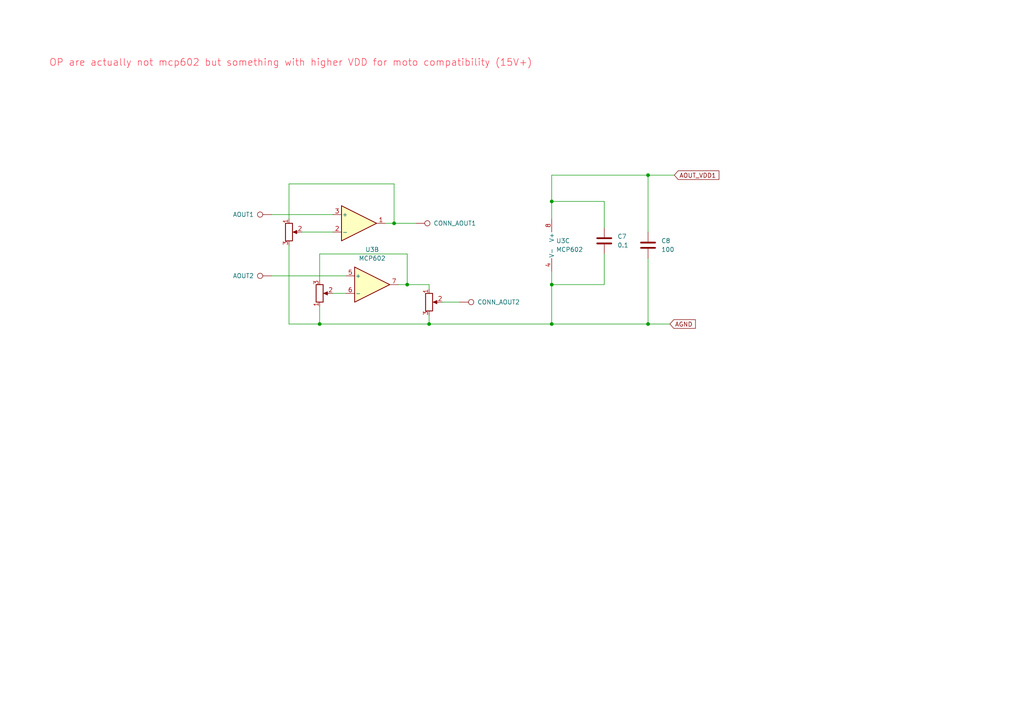
<source format=kicad_sch>
(kicad_sch (version 20250114) (generator "eeschema") (generator_version "9.0")
  (paper "A4")
  (lib_symbols
    (symbol "Amplifier_Operational:MCP602" (pin_names (offset 0.127))
      (property "Reference" "U" (at 0 5.08 0))
      (property "Value" "MCP602" (at 0 -5.08 0))
      (symbol "MCP602_1_1"
        (polyline (pts (xy -5.08 5.08) (xy 5.08 0) (xy -5.08 -5.08) (xy -5.08 5.08)) (stroke (width 0.254)) (fill (type background)))
        (pin input line (at -7.62 2.54 0) (length 2.54) (name "+") (number "3"))
        (pin input line (at -7.62 -2.54 0) (length 2.54) (name "-") (number "2"))
        (pin output line (at 7.62 0 180) (length 2.54) (name "~") (number "1"))
      )
      (symbol "MCP602_2_1"
        (polyline (pts (xy -5.08 5.08) (xy 5.08 0) (xy -5.08 -5.08) (xy -5.08 5.08)) (stroke (width 0.254)) (fill (type background)))
        (pin input line (at -7.62 2.54 0) (length 2.54) (name "+") (number "5"))
        (pin input line (at -7.62 -2.54 0) (length 2.54) (name "-") (number "6"))
        (pin output line (at 7.62 0 180) (length 2.54) (name "~") (number "7"))
      )
      (symbol "MCP602_3_1"
        (pin power_in line (at -2.54 7.62 270) (length 3.81) (name "V+") (number "8"))
        (pin power_in line (at -2.54 -7.62 90) (length 3.81) (name "V-") (number "4"))
      )
    )
    (symbol "Connector:TestPoint" (pin_numbers (hide yes)) (pin_names (offset 0.762) (hide yes))
      (property "Reference" "TP" (at 0 6.858 0))
      (property "Value" "TestPoint" (at 0 5.08 0))
      (symbol "TestPoint_0_1"
        (circle (center 0 3.302) (radius 0.762))
      )
      (symbol "TestPoint_1_1"
        (pin passive line (at 0 0 90) (length 2.54) (name "1") (number "1"))
      )
    )
    (symbol "Device:C" (pin_numbers (hide yes)) (pin_names (offset 0.254))
      (property "Reference" "C" (at 0.635 2.54 0))
      (property "Value" "C" (at 0.635 -2.54 0))
      (symbol "C_0_1"
        (polyline (pts (xy -2.032 0.762) (xy 2.032 0.762)) (stroke (width 0.508)))
        (polyline (pts (xy -2.032 -0.762) (xy 2.032 -0.762)) (stroke (width 0.508)))
      )
      (symbol "C_1_1"
        (pin passive line (at 0 3.81 270) (length 2.794) (name "~") (number "1"))
        (pin passive line (at 0 -3.81 90) (length 2.794) (name "~") (number "2"))
      )
    )
    (symbol "Device:R_Potentiometer" (pin_names (offset 1.016) (hide yes))
      (property "Reference" "RV" (at -4.445 0 90))
      (property "Value" "R_Potentiometer" (at -2.54 0 90))
      (symbol "R_Potentiometer_0_1"
        (rectangle (start 1.016 2.54) (end -1.016 -2.54) (stroke (width 0.254)))
        (polyline (pts (xy 1.143 0) (xy 2.286 0.508) (xy 2.286 -0.508) (xy 1.143 0)) (fill (type outline)))
        (polyline (pts (xy 2.54 0) (xy 1.524 0)))
      )
      (symbol "R_Potentiometer_1_1"
        (pin passive line (at 0 3.81 270) (length 1.27) (name "1") (number "1"))
        (pin passive line (at 0 -3.81 90) (length 1.27) (name "3") (number "3"))
        (pin passive line (at 3.81 0 180) (length 1.27) (name "2") (number "2"))
      )
    )
  )
  (text "OP are actually not mcp602 but something with higher VDD for moto compatibility (15V+)" (at 84.328 18.288 0) (effects (font (size 2 2))))
  (junction (at 92.71 93.98))
  (junction (at 187.96 93.98))
  (junction (at 124.46 93.98))
  (junction (at 160.02 93.98))
  (junction (at 187.96 50.8))
  (junction (at 118.11 82.55))
  (junction (at 160.02 58.42))
  (junction (at 114.3 64.77))
  (junction (at 160.02 82.55))
  (wire (pts (xy 160.02 78.74) (xy 160.02 82.55)))
  (wire (pts (xy 128.27 87.63) (xy 133.35 87.63)))
  (wire (pts (xy 92.71 73.66) (xy 92.71 81.28)))
  (wire (pts (xy 187.96 50.8) (xy 187.96 67.31)))
  (wire (pts (xy 160.02 50.8) (xy 160.02 58.42)))
  (wire (pts (xy 175.26 66.04) (xy 175.26 58.42)))
  (wire (pts (xy 124.46 91.44) (xy 124.46 93.98)))
  (wire (pts (xy 118.11 82.55) (xy 124.46 82.55)))
  (wire (pts (xy 114.3 64.77) (xy 120.65 64.77)))
  (wire (pts (xy 83.82 53.34) (xy 114.3 53.34)))
  (wire (pts (xy 118.11 73.66) (xy 118.11 82.55)))
  (wire (pts (xy 78.74 62.23) (xy 96.52 62.23)))
  (wire (pts (xy 92.71 88.9) (xy 92.71 93.98)))
  (wire (pts (xy 160.02 58.42) (xy 160.02 63.5)))
  (wire (pts (xy 78.74 80.01) (xy 100.33 80.01)))
  (wire (pts (xy 83.82 71.12) (xy 83.82 93.98)))
  (wire (pts (xy 92.71 73.66) (xy 118.11 73.66)))
  (wire (pts (xy 187.96 74.93) (xy 187.96 93.98)))
  (wire (pts (xy 114.3 53.34) (xy 114.3 64.77)))
  (wire (pts (xy 194.31 93.98) (xy 187.96 93.98)))
  (wire (pts (xy 96.52 85.09) (xy 100.33 85.09)))
  (wire (pts (xy 160.02 93.98) (xy 124.46 93.98)))
  (wire (pts (xy 175.26 73.66) (xy 175.26 82.55)))
  (wire (pts (xy 111.76 64.77) (xy 114.3 64.77)))
  (wire (pts (xy 187.96 93.98) (xy 160.02 93.98)))
  (wire (pts (xy 160.02 82.55) (xy 175.26 82.55)))
  (wire (pts (xy 87.63 67.31) (xy 96.52 67.31)))
  (wire (pts (xy 83.82 93.98) (xy 92.71 93.98)))
  (wire (pts (xy 83.82 53.34) (xy 83.82 63.5)))
  (wire (pts (xy 124.46 83.82) (xy 124.46 82.55)))
  (wire (pts (xy 160.02 82.55) (xy 160.02 93.98)))
  (wire (pts (xy 160.02 50.8) (xy 187.96 50.8)))
  (wire (pts (xy 160.02 58.42) (xy 175.26 58.42)))
  (wire (pts (xy 118.11 82.55) (xy 115.57 82.55)))
  (wire (pts (xy 92.71 93.98) (xy 124.46 93.98)))
  (wire (pts (xy 187.96 50.8) (xy 195.58 50.8)))
  (global_label "AOUT_VDD1" (shape input) (at 195.58 50.8 0) (property "Intersheetrefs" "${INTERSHEET_REFS}" (effects (hide yes))))
  (global_label "AGND" (shape input) (at 194.31 93.98 0) (property "Intersheetrefs" "${INTERSHEET_REFS}" (effects (hide yes))))
  (symbol (lib_id "Device:C") (at 187.96 71.12 0) (unit 1)
    (property "Reference" "C8" (at 191.77 69.8499 0) (effects (justify left)))
    (property "Value" "100" (at 191.77 72.3899 0) (effects (justify left)))
    (property "Footprint" "Capacitor_SMD:C_1206_3216Metric" (effects (hide yes)))
    (property "Description" "Unpolarized capacitor" (effects (hide yes)))
  )
  (symbol (lib_id "Device:R_Potentiometer") (at 92.71 85.09 0) (mirror x) (unit 1)
    (property "Reference" "RV12" (effects (hide yes)))
    (property "Value" "R_Potentiometer" (effects (hide yes)))
    (property "Footprint" "Potentiometer_SMD:Potentiometer_Bourns_TC33X_Vertical" (effects (hide yes)))
    (property "Description" "Potentiometer" (effects (hide yes)))
  )
  (symbol (lib_id "Connector:TestPoint") (at 78.74 80.01 90) (unit 1)
    (property "Reference" "AOUT2" (at 73.66 80.0101 90) (effects (justify left)))
    (property "Value" "TestPoint" (effects (hide yes)))
    (property "Footprint" "TestPoint:TestPoint_Pad_2.0x2.0mm" (effects (hide yes)))
    (property "Description" "test point" (effects (hide yes)))
  )
  (symbol (lib_id "Connector:TestPoint") (at 133.35 87.63 270) (unit 1)
    (property "Reference" "CONN_AOUT2" (at 138.43 87.6299 90) (effects (justify left)))
    (property "Value" "TestPoint" (effects (hide yes)))
    (property "Footprint" "TestPoint:TestPoint_Pad_D2.0mm" (effects (hide yes)))
    (property "Description" "test point" (effects (hide yes)))
  )
  (symbol (lib_id "Connector:TestPoint") (at 120.65 64.77 270) (unit 1)
    (property "Reference" "CONN_AOUT1" (at 125.73 64.7699 90) (effects (justify left)))
    (property "Value" "TestPoint" (effects (hide yes)))
    (property "Footprint" "TestPoint:TestPoint_Pad_D2.0mm" (effects (hide yes)))
    (property "Description" "test point" (effects (hide yes)))
  )
  (symbol (lib_id "Amplifier_Operational:MCP602") (at 107.95 82.55 0) (unit 2)
    (property "Reference" "U3" (at 107.95 72.39 0))
    (property "Value" "MCP602" (at 107.95 74.93 0))
    (property "Footprint" "Package_SO:SOIC-8_3.9x4.9mm_P1.27mm" (effects (hide yes)))
    (property "Datasheet" "http://ww1.microchip.com/downloads/en/DeviceDoc/21314g.pdf" (effects (hide yes)))
    (property "Description" "Dual 2.7V to 6.0V Single Supply CMOS Op Amps, DIP-8/SOIC-8/TSSOP-8" (effects (hide yes)))
  )
  (symbol (lib_id "Device:R_Potentiometer") (at 83.82 67.31 0) (unit 1)
    (property "Reference" "RV11" (effects (hide yes)))
    (property "Value" "R_Potentiometer" (effects (hide yes)))
    (property "Footprint" "Potentiometer_SMD:Potentiometer_Bourns_TC33X_Vertical" (effects (hide yes)))
    (property "Description" "Potentiometer" (effects (hide yes)))
  )
  (symbol (lib_id "Amplifier_Operational:MCP602") (at 162.56 71.12 0) (unit 3)
    (property "Reference" "U3" (at 161.29 69.8499 0) (effects (justify left)))
    (property "Value" "MCP602" (at 161.29 72.3899 0) (effects (justify left)))
    (property "Footprint" "Package_SO:SOIC-8_3.9x4.9mm_P1.27mm" (effects (hide yes)))
    (property "Datasheet" "http://ww1.microchip.com/downloads/en/DeviceDoc/21314g.pdf" (effects (hide yes)))
    (property "Description" "Dual 2.7V to 6.0V Single Supply CMOS Op Amps, DIP-8/SOIC-8/TSSOP-8" (effects (hide yes)))
  )
  (symbol (lib_id "Amplifier_Operational:MCP602") (at 104.14 64.77 0) (unit 1)
    (property "Reference" "U3" (effects (hide yes)))
    (property "Value" "MCP602" (effects (hide yes)))
    (property "Footprint" "Package_SO:SOIC-8_3.9x4.9mm_P1.27mm" (effects (hide yes)))
    (property "Datasheet" "http://ww1.microchip.com/downloads/en/DeviceDoc/21314g.pdf" (effects (hide yes)))
    (property "Description" "Dual 2.7V to 6.0V Single Supply CMOS Op Amps, DIP-8/SOIC-8/TSSOP-8" (effects (hide yes)))
  )
  (symbol (lib_id "Device:R_Potentiometer") (at 124.46 87.63 0) (unit 1)
    (property "Reference" "RV13" (effects (hide yes)))
    (property "Value" "R_Potentiometer" (effects (hide yes)))
    (property "Footprint" "Potentiometer_SMD:Potentiometer_Bourns_TC33X_Vertical" (effects (hide yes)))
    (property "Description" "Potentiometer" (effects (hide yes)))
  )
  (symbol (lib_id "Connector:TestPoint") (at 78.74 62.23 90) (unit 1)
    (property "Reference" "AOUT1" (at 73.66 62.2301 90) (effects (justify left)))
    (property "Value" "TestPoint" (effects (hide yes)))
    (property "Footprint" "TestPoint:TestPoint_Pad_2.0x2.0mm" (effects (hide yes)))
    (property "Description" "test point" (effects (hide yes)))
  )
  (symbol (lib_id "Device:C") (at 175.26 69.85 0) (unit 1)
    (property "Reference" "C7" (at 179.07 68.5799 0) (effects (justify left)))
    (property "Value" "0.1" (at 179.07 71.1199 0) (effects (justify left)))
    (property "Footprint" "Capacitor_SMD:C_1206_3216Metric" (effects (hide yes)))
    (property "Description" "Unpolarized capacitor" (effects (hide yes)))
  )
)
</source>
